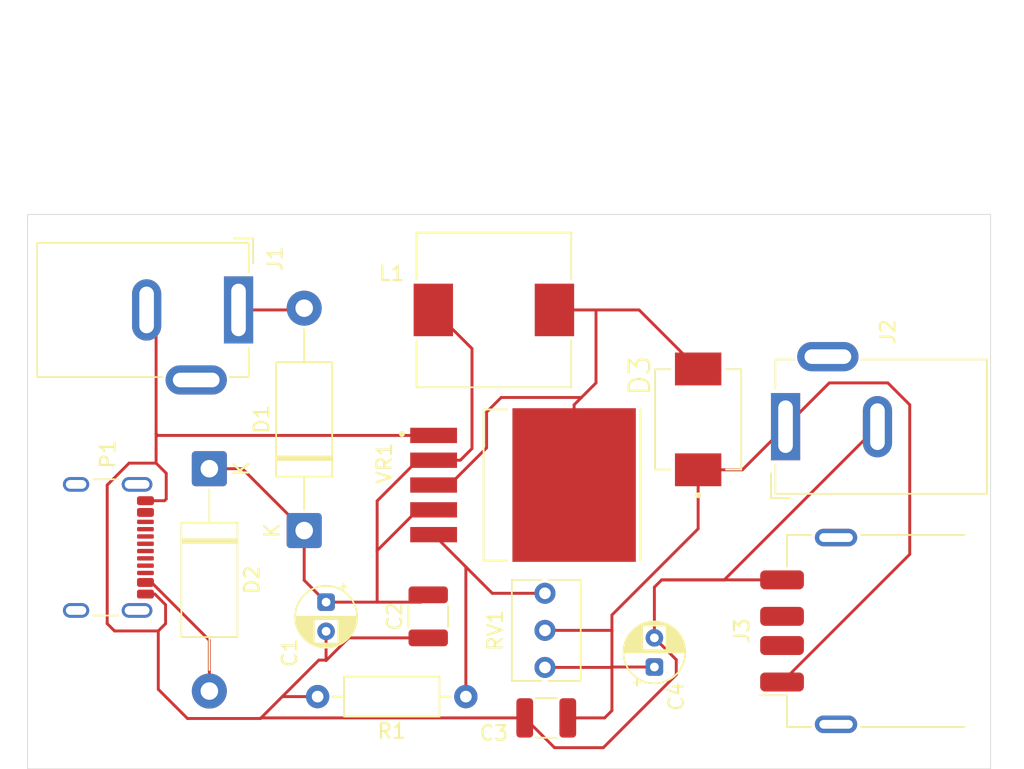
<source format=kicad_pcb>
(kicad_pcb (version 20241229) (generator "pcbnew") (generator_version "9.0")
  (layers (0 "F.Cu" signal) (2 "B.Cu" signal) (13 "F.Paste" user) (15 "B.Paste" user) (5 "F.SilkS" user "F.Silkscreen") (7 "B.SilkS" user "B.Silkscreen") (1 "F.Mask" user) (3 "B.Mask" user) (25 "Edge.Cuts" user))
  (net 0 "")
  (net 1 "Net-(J3-GND)")
  (net 2 "Net-(D1-K)")
  (net 3 "Net-(D3A-K)")
  (net 4 "Net-(D1-A)")
  (net 5 "Net-(D2-A)")
  (net 6 "Net-(D3A-A)")
  (net 23 "Net-(VR1-FB)")
  (footprint "Capacitor_THT:CP_Radial_D4.0mm_P2.00mm" (layer "F.Cu") (at 122.955 98.072401 -90)
    (property "Reference" "C1" (at 3.472599 2.5 90) (layer "F.SilkS"))
    (property "Value" "C")
    (fp_line (start 1.2 0.84) (end 1.2 2.071) (stroke (width 0.12)) (layer "F.SilkS"))
    (fp_line (start 1.24 0.84) (end 1.24 2.066) (stroke (width 0.12)) (layer "F.SilkS"))
    (fp_line (start 1.28 0.84) (end 1.28 2.061) (stroke (width 0.12)) (layer "F.SilkS"))
    (fp_line (start 1.32 0.84) (end 1.32 2.056) (stroke (width 0.12)) (layer "F.SilkS"))
    (fp_line (start 1.36 0.84) (end 1.36 2.049) (stroke (width 0.12)) (layer "F.SilkS"))
    (fp_line (start 1.4 0.84) (end 1.4 2.042) (stroke (width 0.12)) (layer "F.SilkS"))
    (fp_line (start 1.44 0.84) (end 1.44 2.034) (stroke (width 0.12)) (layer "F.SilkS"))
    (fp_line (start 1.48 0.84) (end 1.48 2.025) (stroke (width 0.12)) (layer "F.SilkS"))
    (fp_line (start 1.52 0.84) (end 1.52 2.015) (stroke (width 0.12)) (layer "F.SilkS"))
    (fp_line (start 1.56 0.84) (end 1.56 2.005) (stroke (width 0.12)) (layer "F.SilkS"))
    (fp_line (start 1.6 0.84) (end 1.6 1.993) (stroke (width 0.12)) (layer "F.SilkS"))
    (fp_line (start 1.64 0.84) (end 1.64 1.981) (stroke (width 0.12)) (layer "F.SilkS"))
    (fp_line (start 1.68 0.84) (end 1.68 1.968) (stroke (width 0.12)) (layer "F.SilkS"))
    (fp_line (start 1.72 0.84) (end 1.72 1.954) (stroke (width 0.12)) (layer "F.SilkS"))
    (fp_line (start 1.76 0.84) (end 1.76 1.939) (stroke (width 0.12)) (layer "F.SilkS"))
    (fp_line (start 1.8 0.84) (end 1.8 1.923) (stroke (width 0.12)) (layer "F.SilkS"))
    (fp_line (start 1.84 0.84) (end 1.84 1.906) (stroke (width 0.12)) (layer "F.SilkS"))
    (fp_line (start 1.88 0.84) (end 1.88 1.889) (stroke (width 0.12)) (layer "F.SilkS"))
    (fp_line (start 1.92 0.84) (end 1.92 1.87) (stroke (width 0.12)) (layer "F.SilkS"))
    (fp_line (start 1.96 0.84) (end 1.96 1.85) (stroke (width 0.12)) (layer "F.SilkS"))
    (fp_line (start 2 0.84) (end 2 1.829) (stroke (width 0.12)) (layer "F.SilkS"))
    (fp_line (start 2.04 0.84) (end 2.04 1.807) (stroke (width 0.12)) (layer "F.SilkS"))
    (fp_line (start 2.08 0.84) (end 2.08 1.784) (stroke (width 0.12)) (layer "F.SilkS"))
    (fp_line (start 2.12 0.84) (end 2.12 1.76) (stroke (width 0.12)) (layer "F.SilkS"))
    (fp_line (start 2.16 0.84) (end 2.16 1.734) (stroke (width 0.12)) (layer "F.SilkS"))
    (fp_line (start 2.2 0.84) (end 2.2 1.708) (stroke (width 0.12)) (layer "F.SilkS"))
    (fp_line (start 2.24 0.84) (end 2.24 1.68) (stroke (width 0.12)) (layer "F.SilkS"))
    (fp_line (start 2.28 0.84) (end 2.28 1.65) (stroke (width 0.12)) (layer "F.SilkS"))
    (fp_line (start 2.32 0.84) (end 2.32 1.619) (stroke (width 0.12)) (layer "F.SilkS"))
    (fp_line (start 2.36 0.84) (end 2.36 1.586) (stroke (width 0.12)) (layer "F.SilkS"))
    (fp_line (start 2.4 0.84) (end 2.4 1.552) (stroke (width 0.12)) (layer "F.SilkS"))
    (fp_line (start 2.44 0.84) (end 2.44 1.516) (stroke (width 0.12)) (layer "F.SilkS"))
    (fp_line (start 2.48 0.84) (end 2.48 1.478) (stroke (width 0.12)) (layer "F.SilkS"))
    (fp_line (start 2.52 0.84) (end 2.52 1.438) (stroke (width 0.12)) (layer "F.SilkS"))
    (fp_line (start 2.56 0.84) (end 2.56 1.396) (stroke (width 0.12)) (layer "F.SilkS"))
    (fp_line (start 2.6 0.84) (end 2.6 1.351) (stroke (width 0.12)) (layer "F.SilkS"))
    (fp_line (start 2.64 0.84) (end 2.64 1.303) (stroke (width 0.12)) (layer "F.SilkS"))
    (fp_line (start 2.68 0.84) (end 2.68 1.253) (stroke (width 0.12)) (layer "F.SilkS"))
    (fp_line (start 2.72 0.84) (end 2.72 1.199) (stroke (width 0.12)) (layer "F.SilkS"))
    (fp_line (start 2.76 0.84) (end 2.76 1.142) (stroke (width 0.12)) (layer "F.SilkS"))
    (fp_line (start 2.8 0.84) (end 2.8 1.08) (stroke (width 0.12)) (layer "F.SilkS"))
    (fp_line (start 3.08 -0.37) (end 3.08 0.37) (stroke (width 0.12)) (layer "F.SilkS"))
    (fp_line (start 3.04 -0.537) (end 3.04 0.537) (stroke (width 0.12)) (layer "F.SilkS"))
    (fp_line (start 3 -0.663) (end 3 0.663) (stroke (width 0.12)) (layer "F.SilkS"))
    (fp_line (start 2.96 -0.768) (end 2.96 0.768) (stroke (width 0.12)) (layer "F.SilkS"))
    (fp_line (start 2.92 -0.859) (end 2.92 0.859) (stroke (width 0.12)) (layer "F.SilkS"))
    (fp_line (start 2.88 -0.94) (end 2.88 0.94) (stroke (width 0.12)) (layer "F.SilkS"))
    (fp_line (start 2.84 -1.013) (end 2.84 1.013) (stroke (width 0.12)) (layer "F.SilkS"))
    (fp_line (start 2.8 -1.08) (end 2.8 -0.84) (stroke (width 0.12)) (layer "F.SilkS"))
    (fp_line (start 2.76 -1.142) (end 2.76 -0.84) (stroke (width 0.12)) (layer "F.SilkS"))
    (fp_line (start -1.269801 -1.195) (end -0.869801 -1.195) (stroke (width 0.12)) (layer "F.SilkS"))
    (fp_line (start 2.72 -1.199) (end 2.72 -0.84) (stroke (width 0.12)) (layer "F.SilkS"))
    (fp_line (start 2.68 -1.253) (end 2.68 -0.84) (stroke (width 0.12)) (layer "F.SilkS"))
    (fp_line (start 2.64 -1.303) (end 2.64 -0.84) (stroke (width 0.12)) (layer "F.SilkS"))
    (fp_line (start 2.6 -1.351) (end 2.6 -0.84) (stroke (width 0.12)) (layer "F.SilkS"))
    (fp_line (start -1.069801 -1.395) (end -1.069801 -0.995) (stroke (width 0.12)) (layer "F.SilkS"))
    (fp_line (start 2.56 -1.396) (end 2.56 -0.84) (stroke (width 0.12)) (layer "F.SilkS"))
    (fp_line (start 2.52 -1.438) (end 2.52 -0.84) (stroke (width 0.12)) (layer "F.SilkS"))
    (fp_line (start 2.48 -1.478) (end 2.48 -0.84) (stroke (width 0.12)) (layer "F.SilkS"))
    (fp_line (start 2.44 -1.516) (end 2.44 -0.84) (stroke (width 0.12)) (layer "F.SilkS"))
    (fp_line (start 2.4 -1.552) (end 2.4 -0.84) (stroke (width 0.12)) (layer "F.SilkS"))
    (fp_line (start 2.36 -1.586) (end 2.36 -0.84) (stroke (width 0.12)) (layer "F.SilkS"))
    (fp_line (start 2.32 -1.619) (end 2.32 -0.84) (stroke (width 0.12)) (layer "F.SilkS"))
    (fp_line (start 2.28 -1.65) (end 2.28 -0.84) (stroke (width 0.12)) (layer "F.SilkS"))
    (fp_line (start 2.24 -1.68) (end 2.24 -0.84) (stroke (width 0.12)) (layer "F.SilkS"))
    (fp_line (start 2.2 -1.708) (end 2.2 -0.84) (stroke (width 0.12)) (layer "F.SilkS"))
    (fp_line (start 2.16 -1.734) (end 2.16 -0.84) (stroke (width 0.12)) (layer "F.SilkS"))
    (fp_line (start 2.12 -1.76) (end 2.12 -0.84) (stroke (width 0.12)) (layer "F.SilkS"))
    (fp_line (start 2.08 -1.784) (end 2.08 -0.84) (stroke (width 0.12)) (layer "F.SilkS"))
    (fp_line (start 2.04 -1.807) (end 2.04 -0.84) (stroke (width 0.12)) (layer "F.SilkS"))
    (fp_line (start 2 -1.829) (end 2 -0.84) (stroke (width 0.12)) (layer "F.SilkS"))
    (fp_line (start 1.96 -1.85) (end 1.96 -0.84) (stroke (width 0.12)) (layer "F.SilkS"))
    (fp_line (start 1.92 -1.87) (end 1.92 -0.84) (stroke (width 0.12)) (layer "F.SilkS"))
    (fp_line (start 1.88 -1.889) (end 1.88 -0.84) (stroke (width 0.12)) (layer "F.SilkS"))
    (fp_line (start 1.84 -1.906) (end 1.84 -0.84) (stroke (width 0.12)) (layer "F.SilkS"))
    (fp_line (start 1.8 -1.923) (end 1.8 -0.84) (stroke (width 0.12)) (layer "F.SilkS"))
    (fp_line (start 1.76 -1.939) (end 1.76 -0.84) (stroke (width 0.12)) (layer "F.SilkS"))
    (fp_line (start 1.72 -1.954) (end 1.72 -0.84) (stroke (width 0.12)) (layer "F.SilkS"))
    (fp_line (start 1.68 -1.968) (end 1.68 -0.84) (stroke (width 0.12)) (layer "F.SilkS"))
    (fp_line (start 1.64 -1.981) (end 1.64 -0.84) (stroke (width 0.12)) (layer "F.SilkS"))
    (fp_line (start 1.6 -1.993) (end 1.6 -0.84) (stroke (width 0.12)) (layer "F.SilkS"))
    (fp_line (start 1.56 -2.005) (end 1.56 -0.84) (stroke (width 0.12)) (layer "F.SilkS"))
    (fp_line (start 1.52 -2.015) (end 1.52 -0.84) (stroke (width 0.12)) (layer "F.SilkS"))
    (fp_line (start 1.48 -2.025) (end 1.48 -0.84) (stroke (width 0.12)) (layer "F.SilkS"))
    (fp_line (start 1.44 -2.034) (end 1.44 -0.84) (stroke (width 0.12)) (layer "F.SilkS"))
    (fp_line (start 1.4 -2.042) (end 1.4 -0.84) (stroke (width 0.12)) (layer "F.SilkS"))
    (fp_line (start 1.36 -2.049) (end 1.36 -0.84) (stroke (width 0.12)) (layer "F.SilkS"))
    (fp_line (start 1.32 -2.056) (end 1.32 -0.84) (stroke (width 0.12)) (layer "F.SilkS"))
    (fp_line (start 1.28 -2.061) (end 1.28 -0.84) (stroke (width 0.12)) (layer "F.SilkS"))
    (fp_line (start 1.24 -2.066) (end 1.24 -0.84) (stroke (width 0.12)) (layer "F.SilkS"))
    (fp_line (start 1.2 -2.071) (end 1.2 -0.84) (stroke (width 0.12)) (layer "F.SilkS"))
    (fp_line (start 1.16 -2.074) (end 1.16 2.074) (stroke (width 0.12)) (layer "F.SilkS"))
    (fp_line (start 1.12 -2.077) (end 1.12 2.077) (stroke (width 0.12)) (layer "F.SilkS"))
    (fp_line (start 1.08 -2.078) (end 1.08 2.078) (stroke (width 0.12)) (layer "F.SilkS"))
    (fp_line (start 1 -2.08) (end 1 2.08) (stroke (width 0.12)) (layer "F.SilkS"))
    (fp_line (start 1.04 -2.08) (end 1.04 2.08) (stroke (width 0.12)) (layer "F.SilkS"))
    (fp_circle (center 1 0) (end 3.12 0) (stroke (width 0.12)) (fill no) (layer "F.SilkS"))
    (pad "1" thru_hole roundrect (at 0 0 270) (size 1.2 1.2) (drill 0.6) (layers "*.Cu" "*.Mask") (roundrect_rratio 0.208333) (net 2 "Net-(D1-K)"))
    (pad "2" thru_hole circle (at 2 0 270) (size 1.2 1.2) (drill 0.6) (layers "*.Cu" "*.Mask") (net 1 "Net-(J3-GND)"))
  )
  (footprint "CustomFootprintsLib:XL6009" (layer "F.Cu") (at 136.455 90.045)
    (property "Reference" "VR1" (at -9.5 -1.5 90) (layer "F.SilkS"))
    (property "Value" "XL6009")
    (fp_line (start -2.705 -5.18) (end -2.705 5.18) (stroke (width 0.127)) (layer "F.SilkS"))
    (fp_line (start -1.1 -5.18) (end -2.705 -5.18) (stroke (width 0.127)) (layer "F.SilkS"))
    (fp_line (start -1.1 5.18) (end -2.705 5.18) (stroke (width 0.127)) (layer "F.SilkS"))
    (fp_line (start 8.05 -5.18) (end 8.05 5.18) (stroke (width 0.127)) (layer "F.SilkS"))
    (fp_circle (center -8.3 -3.5) (end -8.2 -3.5) (stroke (width 0.2)) (fill no) (layer "F.SilkS"))
    (pad "1" smd rect (at -6.13 -3.4) (size 3.21 1.05) (layers "F.Cu" "F.Mask" "F.Paste") (net 1 "Net-(J3-GND)"))
    (pad "2" smd rect (at -6.13 -1.7) (size 3.21 1.05) (layers "F.Cu" "F.Mask" "F.Paste") (net 2 "Net-(D1-K)"))
    (pad "3" smd rect (at -6.13 0) (size 3.21 1.05) (layers "F.Cu" "F.Mask" "F.Paste") (net 6 "Net-(D3A-A)"))
    (pad "4" smd rect (at -6.13 1.7) (size 3.21 1.05) (layers "F.Cu" "F.Mask" "F.Paste") (net 2 "Net-(D1-K)"))
    (pad "5" smd rect (at -6.13 3.4) (size 3.21 1.05) (layers "F.Cu" "F.Mask" "F.Paste") (net 23 "Net-(VR1-FB)"))
    (pad "6" smd rect (at 3.5 0) (size 8.46 10.53) (layers "F.Cu" "F.Mask") (net 6 "Net-(D3A-A)"))
  )
  (footprint "Capacitor_THT:CP_Radial_D4.0mm_P2.00mm" (layer "F.Cu") (at 145.455 102.5176 90)
    (property "Reference" "C4" (at -2.0274 1.5 90) (layer "F.SilkS"))
    (property "Value" "C")
    (fp_line (start 1.04 -2.08) (end 1.04 2.08) (stroke (width 0.12)) (layer "F.SilkS"))
    (fp_line (start 1 -2.08) (end 1 2.08) (stroke (width 0.12)) (layer "F.SilkS"))
    (fp_line (start 1.08 -2.078) (end 1.08 2.078) (stroke (width 0.12)) (layer "F.SilkS"))
    (fp_line (start 1.12 -2.077) (end 1.12 2.077) (stroke (width 0.12)) (layer "F.SilkS"))
    (fp_line (start 1.16 -2.074) (end 1.16 2.074) (stroke (width 0.12)) (layer "F.SilkS"))
    (fp_line (start 1.2 -2.071) (end 1.2 -0.84) (stroke (width 0.12)) (layer "F.SilkS"))
    (fp_line (start 1.24 -2.066) (end 1.24 -0.84) (stroke (width 0.12)) (layer "F.SilkS"))
    (fp_line (start 1.28 -2.061) (end 1.28 -0.84) (stroke (width 0.12)) (layer "F.SilkS"))
    (fp_line (start 1.32 -2.056) (end 1.32 -0.84) (stroke (width 0.12)) (layer "F.SilkS"))
    (fp_line (start 1.36 -2.049) (end 1.36 -0.84) (stroke (width 0.12)) (layer "F.SilkS"))
    (fp_line (start 1.4 -2.042) (end 1.4 -0.84) (stroke (width 0.12)) (layer "F.SilkS"))
    (fp_line (start 1.44 -2.034) (end 1.44 -0.84) (stroke (width 0.12)) (layer "F.SilkS"))
    (fp_line (start 1.48 -2.025) (end 1.48 -0.84) (stroke (width 0.12)) (layer "F.SilkS"))
    (fp_line (start 1.52 -2.015) (end 1.52 -0.84) (stroke (width 0.12)) (layer "F.SilkS"))
    (fp_line (start 1.56 -2.005) (end 1.56 -0.84) (stroke (width 0.12)) (layer "F.SilkS"))
    (fp_line (start 1.6 -1.993) (end 1.6 -0.84) (stroke (width 0.12)) (layer "F.SilkS"))
    (fp_line (start 1.64 -1.981) (end 1.64 -0.84) (stroke (width 0.12)) (layer "F.SilkS"))
    (fp_line (start 1.68 -1.968) (end 1.68 -0.84) (stroke (width 0.12)) (layer "F.SilkS"))
    (fp_line (start 1.72 -1.954) (end 1.72 -0.84) (stroke (width 0.12)) (layer "F.SilkS"))
    (fp_line (start 1.76 -1.939) (end 1.76 -0.84) (stroke (width 0.12)) (layer "F.SilkS"))
    (fp_line (start 1.8 -1.923) (end 1.8 -0.84) (stroke (width 0.12)) (layer "F.SilkS"))
    (fp_line (start 1.84 -1.906) (end 1.84 -0.84) (stroke (width 0.12)) (layer "F.SilkS"))
    (fp_line (start 1.88 -1.889) (end 1.88 -0.84) (stroke (width 0.12)) (layer "F.SilkS"))
    (fp_line (start 1.92 -1.87) (end 1.92 -0.84) (stroke (width 0.12)) (layer "F.SilkS"))
    (fp_line (start 1.96 -1.85) (end 1.96 -0.84) (stroke (width 0.12)) (layer "F.SilkS"))
    (fp_line (start 2 -1.829) (end 2 -0.84) (stroke (width 0.12)) (layer "F.SilkS"))
    (fp_line (start 2.04 -1.807) (end 2.04 -0.84) (stroke (width 0.12)) (layer "F.SilkS"))
    (fp_line (start 2.08 -1.784) (end 2.08 -0.84) (stroke (width 0.12)) (layer "F.SilkS"))
    (fp_line (start 2.12 -1.76) (end 2.12 -0.84) (stroke (width 0.12)) (layer "F.SilkS"))
    (fp_line (start 2.16 -1.734) (end 2.16 -0.84) (stroke (width 0.12)) (layer "F.SilkS"))
    (fp_line (start 2.2 -1.708) (end 2.2 -0.84) (stroke (width 0.12)) (layer "F.SilkS"))
    (fp_line (start 2.24 -1.68) (end 2.24 -0.84) (stroke (width 0.12)) (layer "F.SilkS"))
    (fp_line (start 2.28 -1.65) (end 2.28 -0.84) (stroke (width 0.12)) (layer "F.SilkS"))
    (fp_line (start 2.32 -1.619) (end 2.32 -0.84) (stroke (width 0.12)) (layer "F.SilkS"))
    (fp_line (start 2.36 -1.586) (end 2.36 -0.84) (stroke (width 0.12)) (layer "F.SilkS"))
    (fp_line (start 2.4 -1.552) (end 2.4 -0.84) (stroke (width 0.12)) (layer "F.SilkS"))
    (fp_line (start 2.44 -1.516) (end 2.44 -0.84) (stroke (width 0.12)) (layer "F.SilkS"))
    (fp_line (start 2.48 -1.478) (end 2.48 -0.84) (stroke (width 0.12)) (layer "F.SilkS"))
    (fp_line (start 2.52 -1.438) (end 2.52 -0.84) (stroke (width 0.12)) (layer "F.SilkS"))
    (fp_line (start 2.56 -1.396) (end 2.56 -0.84) (stroke (width 0.12)) (layer "F.SilkS"))
    (fp_line (start -1.069801 -1.395) (end -1.069801 -0.995) (stroke (width 0.12)) (layer "F.SilkS"))
    (fp_line (start 2.6 -1.351) (end 2.6 -0.84) (stroke (width 0.12)) (layer "F.SilkS"))
    (fp_line (start 2.64 -1.303) (end 2.64 -0.84) (stroke (width 0.12)) (layer "F.SilkS"))
    (fp_line (start 2.68 -1.253) (end 2.68 -0.84) (stroke (width 0.12)) (layer "F.SilkS"))
    (fp_line (start 2.72 -1.199) (end 2.72 -0.84) (stroke (width 0.12)) (layer "F.SilkS"))
    (fp_line (start -1.269801 -1.195) (end -0.869801 -1.195) (stroke (width 0.12)) (layer "F.SilkS"))
    (fp_line (start 2.76 -1.142) (end 2.76 -0.84) (stroke (width 0.12)) (layer "F.SilkS"))
    (fp_line (start 2.8 -1.08) (end 2.8 -0.84) (stroke (width 0.12)) (layer "F.SilkS"))
    (fp_line (start 2.84 -1.013) (end 2.84 1.013) (stroke (width 0.12)) (layer "F.SilkS"))
    (fp_line (start 2.88 -0.94) (end 2.88 0.94) (stroke (width 0.12)) (layer "F.SilkS"))
    (fp_line (start 2.92 -0.859) (end 2.92 0.859) (stroke (width 0.12)) (layer "F.SilkS"))
    (fp_line (start 2.96 -0.768) (end 2.96 0.768) (stroke (width 0.12)) (layer "F.SilkS"))
    (fp_line (start 3 -0.663) (end 3 0.663) (stroke (width 0.12)) (layer "F.SilkS"))
    (fp_line (start 3.04 -0.537) (end 3.04 0.537) (stroke (width 0.12)) (layer "F.SilkS"))
    (fp_line (start 3.08 -0.37) (end 3.08 0.37) (stroke (width 0.12)) (layer "F.SilkS"))
    (fp_line (start 2.8 0.84) (end 2.8 1.08) (stroke (width 0.12)) (layer "F.SilkS"))
    (fp_line (start 2.76 0.84) (end 2.76 1.142) (stroke (width 0.12)) (layer "F.SilkS"))
    (fp_line (start 2.72 0.84) (end 2.72 1.199) (stroke (width 0.12)) (layer "F.SilkS"))
    (fp_line (start 2.68 0.84) (end 2.68 1.253) (stroke (width 0.12)) (layer "F.SilkS"))
    (fp_line (start 2.64 0.84) (end 2.64 1.303) (stroke (width 0.12)) (layer "F.SilkS"))
    (fp_line (start 2.6 0.84) (end 2.6 1.351) (stroke (width 0.12)) (layer "F.SilkS"))
    (fp_line (start 2.56 0.84) (end 2.56 1.396) (stroke (width 0.12)) (layer "F.SilkS"))
    (fp_line (start 2.52 0.84) (end 2.52 1.438) (stroke (width 0.12)) (layer "F.SilkS"))
    (fp_line (start 2.48 0.84) (end 2.48 1.478) (stroke (width 0.12)) (layer "F.SilkS"))
    (fp_line (start 2.44 0.84) (end 2.44 1.516) (stroke (width 0.12)) (layer "F.SilkS"))
    (fp_line (start 2.4 0.84) (end 2.4 1.552) (stroke (width 0.12)) (layer "F.SilkS"))
    (fp_line (start 2.36 0.84) (end 2.36 1.586) (stroke (width 0.12)) (layer "F.SilkS"))
    (fp_line (start 2.32 0.84) (end 2.32 1.619) (stroke (width 0.12)) (layer "F.SilkS"))
    (fp_line (start 2.28 0.84) (end 2.28 1.65) (stroke (width 0.12)) (layer "F.SilkS"))
    (fp_line (start 2.24 0.84) (end 2.24 1.68) (stroke (width 0.12)) (layer "F.SilkS"))
    (fp_line (start 2.2 0.84) (end 2.2 1.708) (stroke (width 0.12)) (layer "F.SilkS"))
    (fp_line (start 2.16 0.84) (end 2.16 1.734) (stroke (width 0.12)) (layer "F.SilkS"))
    (fp_line (start 2.12 0.84) (end 2.12 1.76) (stroke (width 0.12)) (layer "F.SilkS"))
    (fp_line (start 2.08 0.84) (end 2.08 1.784) (stroke (width 0.12)) (layer "F.SilkS"))
    (fp_line (start 2.04 0.84) (end 2.04 1.807) (stroke (width 0.12)) (layer "F.SilkS"))
    (fp_line (start 2 0.84) (end 2 1.829) (stroke (width 0.12)) (layer "F.SilkS"))
    (fp_line (start 1.96 0.84) (end 1.96 1.85) (stroke (width 0.12)) (layer "F.SilkS"))
    (fp_line (start 1.92 0.84) (end 1.92 1.87) (stroke (width 0.12)) (layer "F.SilkS"))
    (fp_line (start 1.88 0.84) (end 1.88 1.889) (stroke (width 0.12)) (layer "F.SilkS"))
    (fp_line (start 1.84 0.84) (end 1.84 1.906) (stroke (width 0.12)) (layer "F.SilkS"))
    (fp_line (start 1.8 0.84) (end 1.8 1.923) (stroke (width 0.12)) (layer "F.SilkS"))
    (fp_line (start 1.76 0.84) (end 1.76 1.939) (stroke (width 0.12)) (layer "F.SilkS"))
    (fp_line (start 1.72 0.84) (end 1.72 1.954) (stroke (width 0.12)) (layer "F.SilkS"))
    (fp_line (start 1.68 0.84) (end 1.68 1.968) (stroke (width 0.12)) (layer "F.SilkS"))
    (fp_line (start 1.64 0.84) (end 1.64 1.981) (stroke (width 0.12)) (layer "F.SilkS"))
    (fp_line (start 1.6 0.84) (end 1.6 1.993) (stroke (width 0.12)) (layer "F.SilkS"))
    (fp_line (start 1.56 0.84) (end 1.56 2.005) (stroke (width 0.12)) (layer "F.SilkS"))
    (fp_line (start 1.52 0.84) (end 1.52 2.015) (stroke (width 0.12)) (layer "F.SilkS"))
    (fp_line (start 1.48 0.84) (end 1.48 2.025) (stroke (width 0.12)) (layer "F.SilkS"))
    (fp_line (start 1.44 0.84) (end 1.44 2.034) (stroke (width 0.12)) (layer "F.SilkS"))
    (fp_line (start 1.4 0.84) (end 1.4 2.042) (stroke (width 0.12)) (layer "F.SilkS"))
    (fp_line (start 1.36 0.84) (end 1.36 2.049) (stroke (width 0.12)) (layer "F.SilkS"))
    (fp_line (start 1.32 0.84) (end 1.32 2.056) (stroke (width 0.12)) (layer "F.SilkS"))
    (fp_line (start 1.28 0.84) (end 1.28 2.061) (stroke (width 0.12)) (layer "F.SilkS"))
    (fp_line (start 1.24 0.84) (end 1.24 2.066) (stroke (width 0.12)) (layer "F.SilkS"))
    (fp_line (start 1.2 0.84) (end 1.2 2.071) (stroke (width 0.12)) (layer "F.SilkS"))
    (fp_circle (center 1 0) (end 3.12 0) (stroke (width 0.12)) (fill no) (layer "F.SilkS"))
    (pad "1" thru_hole roundrect (at 0 0 90) (size 1.2 1.2) (drill 0.6) (layers "*.Cu" "*.Mask") (roundrect_rratio 0.208333) (net 3 "Net-(D3A-K)"))
    (pad "2" thru_hole circle (at 2 0 90) (size 1.2 1.2) (drill 0.6) (layers "*.Cu" "*.Mask") (net 1 "Net-(J3-GND)"))
  )
  (footprint "CustomFootprintsLib:SS34" (layer "F.Cu") (at 148.455 85.545 90)
    (property "Reference" "D3" (at 3 -4 90) (layer "F.SilkS") (effects (font (size 1.4 1.4))))
    (property "Value" "D_Schottky_Dual_CommonAnode_AKK_Split")
    (fp_line (start 3.4375 -2.95) (end -3.4375 -2.95) (stroke (width 0.127)) (layer "F.SilkS"))
    (fp_line (start -3.4375 -2.95) (end -3.4375 -1.91) (stroke (width 0.127)) (layer "F.SilkS"))
    (fp_line (start 3.4375 -1.91) (end 3.4375 -2.95) (stroke (width 0.127)) (layer "F.SilkS"))
    (fp_line (start -3.4375 1.91) (end -3.4375 2.95) (stroke (width 0.127)) (layer "F.SilkS"))
    (fp_line (start 3.4375 2.95) (end 3.4375 1.91) (stroke (width 0.127)) (layer "F.SilkS"))
    (fp_line (start -3.4375 2.95) (end 3.4375 2.95) (stroke (width 0.127)) (layer "F.SilkS"))
    (fp_circle (center -5.2 0) (end -5.1 0) (stroke (width 0.2)) (fill no) (layer "F.SilkS"))
    (pad "1" smd rect (at 3.455 0 90) (size 2.25 3.18) (layers "F.Cu" "F.Mask" "F.Paste") (net 6 "Net-(D3A-A)"))
    (pad "2" smd rect (at -3.455 0 90) (size 2.25 3.18) (layers "F.Cu" "F.Mask" "F.Paste") (net 3 "Net-(D3A-K)"))
  )
  (footprint "Inductor_SMD:L_10.4x10.4_H4.8" (layer "F.Cu") (at 134.455 78.045)
    (property "Reference" "L1" (at -7 -2.5 0) (layer "F.SilkS"))
    (property "Value" "L")
    (fp_line (start -5.3 -5.3) (end 5.3 -5.3) (stroke (width 0.12)) (layer "F.SilkS"))
    (fp_line (start -5.3 -2.1) (end -5.3 -5.3) (stroke (width 0.12)) (layer "F.SilkS"))
    (fp_line (start -5.3 5.3) (end -5.3 2.1) (stroke (width 0.12)) (layer "F.SilkS"))
    (fp_line (start 5.3 -5.3) (end 5.3 -2.1) (stroke (width 0.12)) (layer "F.SilkS"))
    (fp_line (start 5.3 2.1) (end 5.3 5.3) (stroke (width 0.12)) (layer "F.SilkS"))
    (fp_line (start 5.3 5.3) (end -5.3 5.3) (stroke (width 0.12)) (layer "F.SilkS"))
    (pad "1" smd rect (at -4.15 0) (size 2.7 3.6) (layers "F.Cu" "F.Mask" "F.Paste") (net 2 "Net-(D1-K)"))
    (pad "2" smd rect (at 4.15 0) (size 2.7 3.6) (layers "F.Cu" "F.Mask" "F.Paste") (net 6 "Net-(D3A-A)"))
  )
  (footprint "Potentiometer_THT:Potentiometer_Bourns_3266Y_Vertical" (layer "F.Cu") (at 137.955 97.465 90)
    (property "Reference" "RV1" (at -2.54 -3.41 90) (layer "F.SilkS"))
    (property "Value" "R_Potentiometer")
    (fp_line (start 0.925 -2.27) (end 0.925 -0.217) (stroke (width 0.12)) (layer "F.SilkS"))
    (fp_line (start -6.005 -2.27) (end 0.925 -2.27) (stroke (width 0.12)) (layer "F.SilkS"))
    (fp_line (start -6.005 -0.217) (end -6.005 -2.27) (stroke (width 0.12)) (layer "F.SilkS"))
    (fp_line (start 0.925 0.217) (end 0.925 2.45) (stroke (width 0.12)) (layer "F.SilkS"))
    (fp_line (start 0.925 2.45) (end -6.005 2.45) (stroke (width 0.12)) (layer "F.SilkS"))
    (fp_line (start -6.005 2.45) (end -6.005 0.217) (stroke (width 0.12)) (layer "F.SilkS"))
    (pad "1" thru_hole circle (at 0 0 90) (size 1.44 1.44) (drill 0.8) (layers "*.Cu" "*.Mask") (net 23 "Net-(VR1-FB)"))
    (pad "2" thru_hole circle (at -2.54 0 90) (size 1.44 1.44) (drill 0.8) (layers "*.Cu" "*.Mask") (net 3 "Net-(D3A-K)"))
    (pad "3" thru_hole circle (at -5.08 0 90) (size 1.44 1.44) (drill 0.8) (layers "*.Cu" "*.Mask") (net 3 "Net-(D3A-K)"))
  )
  (footprint "Capacitor_SMD:C_1210_3225Metric" (layer "F.Cu") (at 138.045 106.005 180)
    (property "Reference" "C3" (at 3.59 -1.04 0) (layer "F.SilkS"))
    (property "Value" "C")
    (fp_line (start -0.711252 1.36) (end 0.711252 1.36) (stroke (width 0.12)) (layer "F.SilkS"))
    (fp_line (start -0.711252 -1.36) (end 0.711252 -1.36) (stroke (width 0.12)) (layer "F.SilkS"))
    (pad "1" smd roundrect (at -1.475 0 180) (size 1.15 2.7) (layers "F.Cu" "F.Mask" "F.Paste") (roundrect_rratio 0.217391) (net 3 "Net-(D3A-K)"))
    (pad "2" smd roundrect (at 1.475 0 180) (size 1.15 2.7) (layers "F.Cu" "F.Mask" "F.Paste") (roundrect_rratio 0.217391) (net 1 "Net-(J3-GND)"))
  )
  (footprint "Connector_BarrelJack:BarrelJack_GCT_DCJ200-10-A_Horizontal" (layer "F.Cu") (at 116.955 78.045 -90)
    (property "Reference" "J1" (at -3.5 -2.5 90) (layer "F.SilkS"))
    (property "Value" "Barrel_Jack_Switch")
    (fp_line (start -4.6 13.8) (end -4.6 -0.7) (stroke (width 0.12)) (layer "F.SilkS"))
    (fp_line (start 4.6 13.8) (end -4.6 13.8) (stroke (width 0.12)) (layer "F.SilkS"))
    (fp_line (start 4.6 5.2) (end 4.6 13.8) (stroke (width 0.12)) (layer "F.SilkS"))
    (fp_line (start -4.6 -0.7) (end -2.6 -0.7) (stroke (width 0.12)) (layer "F.SilkS"))
    (fp_line (start 2.6 -0.7) (end 4.6 -0.7) (stroke (width 0.12)) (layer "F.SilkS"))
    (fp_line (start 4.6 -0.7) (end 4.6 0.6) (stroke (width 0.12)) (layer "F.SilkS"))
    (fp_line (start -4.9 -1) (end -4.9 0.3) (stroke (width 0.12)) (layer "F.SilkS"))
    (fp_line (start -3.2 -1) (end -4.9 -1) (stroke (width 0.12)) (layer "F.SilkS"))
    (pad "1" thru_hole rect (at 0 0 270) (size 4.6 2) (drill oval 3.6 1) (layers "*.Cu" "*.Mask") (net 4 "Net-(D1-A)"))
    (pad "2" thru_hole oval (at 0 6.3 270) (size 4.2 2) (drill oval 3.2 1) (layers "*.Cu" "*.Mask") (net 1 "Net-(J3-GND)"))
    (pad "3" thru_hole oval (at 4.8 2.9 270) (size 2 4.2) (drill oval 1 3.2) (layers "*.Cu" "*.Mask"))
  )
  (footprint "Capacitor_SMD:C_1210_3225Metric" (layer "F.Cu") (at 129.955 99.045 90)
    (property "Reference" "C2" (at 0 -2.3 90) (layer "F.SilkS"))
    (property "Value" "C")
    (fp_line (start -0.711252 -1.36) (end 0.711252 -1.36) (stroke (width 0.12)) (layer "F.SilkS"))
    (fp_line (start -0.711252 1.36) (end 0.711252 1.36) (stroke (width 0.12)) (layer "F.SilkS"))
    (pad "1" smd roundrect (at -1.475 0 90) (size 1.15 2.7) (layers "F.Cu" "F.Mask" "F.Paste") (roundrect_rratio 0.217391) (net 1 "Net-(J3-GND)"))
    (pad "2" smd roundrect (at 1.475 0 90) (size 1.15 2.7) (layers "F.Cu" "F.Mask" "F.Paste") (roundrect_rratio 0.217391) (net 2 "Net-(D1-K)"))
  )
  (footprint "Connector_USB:USB_A_Receptacle_GCT_USB1046" (layer "F.Cu") (at 161.455 100.045 90)
    (property "Reference" "J3" (at 0 -10 90) (layer "F.SilkS"))
    (property "Value" "USB_A")
    (fp_line (start 6.58 -6.91) (end 6.58 -5.26) (stroke (width 0.12)) (layer "F.SilkS"))
    (fp_line (start 4.41 -6.91) (end 6.58 -6.91) (stroke (width 0.12)) (layer "F.SilkS"))
    (fp_line (start -4.41 -6.91) (end -4.41 -8.75) (stroke (width 0.12)) (layer "F.SilkS"))
    (fp_line (start -4.41 -6.91) (end -6.58 -6.91) (stroke (width 0.12)) (layer "F.SilkS"))
    (fp_line (start -6.58 -6.91) (end -6.58 -5.26) (stroke (width 0.12)) (layer "F.SilkS"))
    (fp_line (start 6.58 -1.84) (end 6.58 5.25) (stroke (width 0.12)) (layer "F.SilkS"))
    (fp_line (start -6.58 -1.84) (end -6.58 5.25) (stroke (width 0.12)) (layer "F.SilkS"))
    (pad "1" smd roundrect (at -3.5 -7.25 90) (size 1.3 3) (layers "F.Cu" "F.Mask" "F.Paste") (net 3 "Net-(D3A-K)"))
    (pad "2" smd roundrect (at -1 -7.25 90) (size 1.3 3) (layers "F.Cu" "F.Mask" "F.Paste"))
    (pad "3" smd roundrect (at 1 -7.25 90) (size 1.3 3) (layers "F.Cu" "F.Mask" "F.Paste"))
    (pad "4" smd roundrect (at 3.5 -7.25 90) (size 1.3 3) (layers "F.Cu" "F.Mask" "F.Paste") (net 1 "Net-(J3-GND)"))
    (pad "5" thru_hole oval (at -6.4 -3.55 90) (size 1.2 2.9) (drill oval 0.6 2.3) (property pad_prop_heatsink) (layers "*.Cu" "*.Mask"))
    (pad "5" thru_hole oval (at 6.4 -3.55 90) (size 1.2 2.9) (drill oval 0.6 2.3) (property pad_prop_heatsink) (layers "*.Cu" "*.Mask"))
  )
  (footprint "Resistor_THT:R_Axial_DIN0207_L6.3mm_D2.5mm_P10.16mm_Horizontal" (layer "F.Cu") (at 132.535 104.545 180)
    (property "Reference" "R1" (at 5.08 -2.37 0) (layer "F.SilkS"))
    (property "Value" "R")
    (fp_line (start 9.12 0) (end 8.35 0) (stroke (width 0.12)) (layer "F.SilkS"))
    (fp_line (start 1.04 0) (end 1.81 0) (stroke (width 0.12)) (layer "F.SilkS"))
    (fp_rect (start 1.81 -1.37) (end 8.35 1.37) (stroke (width 0.12)) (fill no) (layer "F.SilkS"))
    (pad "1" thru_hole circle (at 0 0 180) (size 1.6 1.6) (drill 0.8) (layers "*.Cu" "*.Mask") (net 23 "Net-(VR1-FB)"))
    (pad "2" thru_hole circle (at 10.16 0 180) (size 1.6 1.6) (drill 0.8) (layers "*.Cu" "*.Mask") (net 1 "Net-(J3-GND)"))
  )
  (footprint "Diode_THT:D_DO-15_P15.24mm_Horizontal" (layer "F.Cu") (at 114.955 88.925 -90)
    (property "Reference" "D2" (at 7.62 -2.92 90) (layer "F.SilkS"))
    (property "Value" "D")
    (fp_line (start 1.44 0) (end 3.7 0) (stroke (width 0.12)) (layer "F.SilkS"))
    (fp_line (start 13.8 0) (end 11.54 0) (stroke (width 0.12)) (layer "F.SilkS"))
    (fp_line (start 4.84 -1.92) (end 4.84 1.92) (stroke (width 0.12)) (layer "F.SilkS"))
    (fp_line (start 4.96 -1.92) (end 4.96 1.92) (stroke (width 0.12)) (layer "F.SilkS"))
    (fp_line (start 5.08 -1.92) (end 5.08 1.92) (stroke (width 0.12)) (layer "F.SilkS"))
    (fp_rect (start 3.7 -1.92) (end 11.54 1.92) (stroke (width 0.12)) (fill no) (layer "F.SilkS"))
    (fp_text user "K" (at 0 -2.2 90) (layer "F.SilkS"))
    (pad "1" thru_hole roundrect (at 0 0 270) (size 2.4 2.4) (drill 1.2) (layers "*.Cu" "*.Mask") (roundrect_rratio 0.104167) (net 2 "Net-(D1-K)"))
    (pad "2" thru_hole circle (at 15.24 0 270) (size 2.4 2.4) (drill 1.2) (layers "*.Cu" "*.Mask") (net 5 "Net-(D2-A)"))
  )
  (footprint "Connector_USB:USB_C_Receptacle_GCT_USB4105-xx-A_16P_TopMnt_Horizontal" (layer "F.Cu") (at 106.895 94.32 -90)
    (property "Reference" "P1" (at -6.39 -1.105 90) (layer "F.SilkS"))
    (property "Value" "USB_C_Plug")
    (fp_line (start -4.67 -0.1) (end -4.67 -1.8) (stroke (width 0.12)) (layer "F.SilkS"))
    (fp_line (start 4.67 -0.1) (end 4.67 -1.8) (stroke (width 0.12)) (layer "F.SilkS"))
    (pad "" np_thru_hole circle (at -2.89 -2.605 270) (size 0.65 0.65) (drill 0.65) (layers "*.Cu" "*.Mask"))
    (pad "" np_thru_hole circle (at 2.89 -2.605 270) (size 0.65 0.65) (drill 0.65) (layers "*.Cu" "*.Mask"))
    (pad "A1" smd roundrect (at -3.2 -3.68 270) (size 0.6 1.15) (layers "F.Cu" "F.Mask" "F.Paste") (net 1 "Net-(J3-GND)"))
    (pad "A4" smd roundrect (at -2.4 -3.68 270) (size 0.6 1.15) (layers "F.Cu" "F.Mask" "F.Paste") (net 5 "Net-(D2-A)"))
    (pad "A5" smd roundrect (at -1.25 -3.68 270) (size 0.3 1.15) (layers "F.Cu" "F.Mask" "F.Paste"))
    (pad "A6" smd roundrect (at -0.25 -3.68 270) (size 0.3 1.15) (layers "F.Cu" "F.Mask" "F.Paste"))
    (pad "A7" smd roundrect (at 0.25 -3.68 270) (size 0.3 1.15) (layers "F.Cu" "F.Mask" "F.Paste"))
    (pad "A8" smd roundrect (at 1.25 -3.68 270) (size 0.3 1.15) (layers "F.Cu" "F.Mask" "F.Paste"))
    (pad "A9" smd roundrect (at 2.4 -3.68 270) (size 0.6 1.15) (layers "F.Cu" "F.Mask" "F.Paste") (net 5 "Net-(D2-A)"))
    (pad "A12" smd roundrect (at 3.2 -3.68 270) (size 0.6 1.15) (layers "F.Cu" "F.Mask" "F.Paste") (net 1 "Net-(J3-GND)"))
    (pad "B1" smd roundrect (at 3.2 -3.68 270) (size 0.6 1.15) (layers "F.Cu" "F.Mask" "F.Paste") (net 1 "Net-(J3-GND)"))
    (pad "B4" smd roundrect (at 2.4 -3.68 270) (size 0.6 1.15) (layers "F.Cu" "F.Mask" "F.Paste") (net 5 "Net-(D2-A)"))
    (pad "B5" smd roundrect (at 1.75 -3.68 270) (size 0.3 1.15) (layers "F.Cu" "F.Mask" "F.Paste"))
    (pad "B6" smd roundrect (at 0.75 -3.68 270) (size 0.3 1.15) (layers "F.Cu" "F.Mask" "F.Paste"))
    (pad "B7" smd roundrect (at -0.75 -3.68 270) (size 0.3 1.15) (layers "F.Cu" "F.Mask" "F.Paste"))
    (pad "B8" smd roundrect (at -1.75 -3.68 270) (size 0.3 1.15) (layers "F.Cu" "F.Mask" "F.Paste"))
    (pad "B9" smd roundrect (at -2.4 -3.68 270) (size 0.6 1.15) (layers "F.Cu" "F.Mask" "F.Paste") (net 5 "Net-(D2-A)"))
    (pad "B12" smd roundrect (at -3.2 -3.68 270) (size 0.6 1.15) (layers "F.Cu" "F.Mask" "F.Paste") (net 1 "Net-(J3-GND)"))
    (pad "S1" thru_hole oval (at -4.32 -3.105 270) (size 1 2.1) (drill oval 0.6 1.7) (property pad_prop_heatsink) (layers "*.Cu" "*.Mask" "F.Paste"))
    (pad "S1" thru_hole oval (at -4.32 1.075 270) (size 1 1.8) (drill oval 0.6 1.4) (property pad_prop_heatsink) (layers "*.Cu" "*.Mask" "F.Paste"))
    (pad "S1" thru_hole oval (at 4.32 -3.105 270) (size 1 2.1) (drill oval 0.6 1.7) (property pad_prop_heatsink) (layers "*.Cu" "*.Mask" "F.Paste"))
    (pad "S1" thru_hole oval (at 4.32 1.075 270) (size 1 1.8) (drill oval 0.6 1.4) (property pad_prop_heatsink) (layers "*.Cu" "*.Mask" "F.Paste"))
  )
  (footprint "Diode_THT:D_DO-15_P15.24mm_Horizontal" (layer "F.Cu") (at 121.455 93.165 90)
    (property "Reference" "D1" (at 7.62 -2.92 90) (layer "F.SilkS"))
    (property "Value" "D")
    (fp_line (start 5.08 -1.92) (end 5.08 1.92) (stroke (width 0.12)) (layer "F.SilkS"))
    (fp_line (start 4.96 -1.92) (end 4.96 1.92) (stroke (width 0.12)) (layer "F.SilkS"))
    (fp_line (start 4.84 -1.92) (end 4.84 1.92) (stroke (width 0.12)) (layer "F.SilkS"))
    (fp_line (start 13.8 0) (end 11.54 0) (stroke (width 0.12)) (layer "F.SilkS"))
    (fp_line (start 1.44 0) (end 3.7 0) (stroke (width 0.12)) (layer "F.SilkS"))
    (fp_rect (start 3.7 -1.92) (end 11.54 1.92) (stroke (width 0.12)) (fill no) (layer "F.SilkS"))
    (fp_text user "K" (at 0 -2.2 90) (layer "F.SilkS"))
    (pad "1" thru_hole roundrect (at 0 0 90) (size 2.4 2.4) (drill 1.2) (layers "*.Cu" "*.Mask") (roundrect_rratio 0.104167) (net 2 "Net-(D1-K)"))
    (pad "2" thru_hole circle (at 15.24 0 90) (size 2.4 2.4) (drill 1.2) (layers "*.Cu" "*.Mask") (net 4 "Net-(D1-A)"))
  )
  (footprint "Connector_BarrelJack:BarrelJack_GCT_DCJ200-10-A_Horizontal" (layer "F.Cu") (at 154.445 86.045 90)
    (property "Reference" "J2" (at 6.5 7.01 90) (layer "F.SilkS"))
    (property "Value" "Barrel_Jack_Switch")
    (fp_line (start -3.2 -1) (end -4.9 -1) (stroke (width 0.12)) (layer "F.SilkS"))
    (fp_line (start -4.9 -1) (end -4.9 0.3) (stroke (width 0.12)) (layer "F.SilkS"))
    (fp_line (start 4.6 -0.7) (end 4.6 0.6) (stroke (width 0.12)) (layer "F.SilkS"))
    (fp_line (start 2.6 -0.7) (end 4.6 -0.7) (stroke (width 0.12)) (layer "F.SilkS"))
    (fp_line (start -4.6 -0.7) (end -2.6 -0.7) (stroke (width 0.12)) (layer "F.SilkS"))
    (fp_line (start 4.6 5.2) (end 4.6 13.8) (stroke (width 0.12)) (layer "F.SilkS"))
    (fp_line (start 4.6 13.8) (end -4.6 13.8) (stroke (width 0.12)) (layer "F.SilkS"))
    (fp_line (start -4.6 13.8) (end -4.6 -0.7) (stroke (width 0.12)) (layer "F.SilkS"))
    (pad "1" thru_hole rect (at 0 0 90) (size 4.6 2) (drill oval 3.6 1) (layers "*.Cu" "*.Mask") (net 3 "Net-(D3A-K)"))
    (pad "2" thru_hole oval (at 0 6.3 90) (size 4.2 2) (drill oval 3.2 1) (layers "*.Cu" "*.Mask") (net 1 "Net-(J3-GND)"))
    (pad "3" thru_hole oval (at 4.8 2.9 90) (size 2 4.2) (drill oval 1 3.2) (layers "*.Cu" "*.Mask"))
  )
  (gr_rect (start 102.5 71.5) (end 168.5 109.5) (stroke (width 0.05)) (fill no) (layer "Edge.Cuts"))
  (segment (start 146.955 102.0176) (end 146.955 103.045) (width 0.2) (layer "F.Cu") (net 1))
  (segment (start 119.955 104.545) (end 122.455 102.045) (width 0.2) (layer "F.Cu") (net 1))
  (segment (start 136.57 106.005) (end 118.495 106.005) (width 0.2) (layer "F.Cu") (net 1))
  (segment (start 111.406 86.645) (end 111.306 86.545) (width 0.2) (layer "F.Cu") (net 1))
  (segment (start 109.455 88.545) (end 111.306 88.545) (width 0.2) (layer "F.Cu") (net 1))
  (segment (start 145.955 96.545) (end 150.245 96.545) (width 0.2) (layer "F.Cu") (net 1))
  (segment (start 113.455 106.045) (end 118.455 106.045) (width 0.2) (layer "F.Cu") (net 1))
  (segment (start 111.306 87.545) (end 111.306 88.545) (width 0.2) (layer "F.Cu") (net 1))
  (segment (start 111.455 100.045) (end 111.455 104.045) (width 0.2) (layer "F.Cu") (net 1))
  (segment (start 150.245 96.545) (end 160.745 86.045) (width 0.2) (layer "F.Cu") (net 1))
  (segment (start 122.455 102.045) (end 122.955 102.045) (width 0.2) (layer "F.Cu") (net 1))
  (segment (start 119.955 104.545) (end 122.375 104.545) (width 0.2) (layer "F.Cu") (net 1))
  (segment (start 118.495 106.005) (end 118.455 106.045) (width 0.2) (layer "F.Cu") (net 1))
  (segment (start 107.955 90.045) (end 109.455 88.545) (width 0.2) (layer "F.Cu") (net 1))
  (segment (start 110.575 97.52) (end 111.222899 97.52) (width 0.2) (layer "F.Cu") (net 1))
  (segment (start 145.455 97.045) (end 145.955 96.545) (width 0.2) (layer "F.Cu") (net 1))
  (segment (start 108.455 100.045) (end 107.955 99.545) (width 0.2) (layer "F.Cu") (net 1))
  (segment (start 118.455 106.045) (end 119.955 104.545) (width 0.2) (layer "F.Cu") (net 1))
  (segment (start 145.955 96.545) (end 154.205 96.545) (width 0.2) (layer "F.Cu") (net 1))
  (segment (start 107.955 99.545) (end 107.955 90.045) (width 0.2) (layer "F.Cu") (net 1))
  (segment (start 122.955 102.0724) (end 122.955 102.045) (width 0.2) (layer "F.Cu") (net 1))
  (segment (start 130.325 86.645) (end 111.406 86.645) (width 0.2) (layer "F.Cu") (net 1))
  (segment (start 112 91) (end 112 89.239) (width 0.2) (layer "F.Cu") (net 1))
  (segment (start 122.955 102.045) (end 122.955 100.072401) (width 0.2) (layer "F.Cu") (net 1))
  (segment (start 110.655 78.045) (end 111.306 78.696) (width 0.2) (layer "F.Cu") (net 1))
  (segment (start 122.955 102.0724) (end 124.5074 100.52) (width 0.2) (layer "F.Cu") (net 1))
  (segment (start 145.455 100.5176) (end 145.455 97.045) (width 0.2) (layer "F.Cu") (net 1))
  (segment (start 110.575 91.12) (end 111.88 91.12) (width 0.2) (layer "F.Cu") (net 1))
  (segment (start 111.306 86.545) (end 111.306 87.545) (width 0.2) (layer "F.Cu") (net 1))
  (segment (start 145.455 100.5176) (end 146.955 102.0176) (width 0.2) (layer "F.Cu") (net 1))
  (segment (start 111.222899 97.52) (end 111.955 98.252101) (width 0.2) (layer "F.Cu") (net 1))
  (segment (start 124.5074 100.52) (end 129.955 100.52) (width 0.2) (layer "F.Cu") (net 1))
  (segment (start 111.955 98.252101) (end 111.955 99.545) (width 0.2) (layer "F.Cu") (net 1))
  (segment (start 141.955 108.045) (end 138.61 108.045) (width 0.2) (layer "F.Cu") (net 1))
  (segment (start 111.455 100.045) (end 108.455 100.045) (width 0.2) (layer "F.Cu") (net 1))
  (segment (start 112 89.239) (end 111.306 88.545) (width 0.2) (layer "F.Cu") (net 1))
  (segment (start 138.61 108.045) (end 136.57 106.005) (width 0.2) (layer "F.Cu") (net 1))
  (segment (start 111.955 99.545) (end 111.455 100.045) (width 0.2) (layer "F.Cu") (net 1))
  (segment (start 111.455 104.045) (end 113.455 106.045) (width 0.2) (layer "F.Cu") (net 1))
  (segment (start 111.306 78.696) (end 111.306 86.545) (width 0.2) (layer "F.Cu") (net 1))
  (segment (start 146.955 103.045) (end 141.955 108.045) (width 0.2) (layer "F.Cu") (net 1))
  (segment (start 111.88 91.12) (end 112 91) (width 0.2) (layer "F.Cu") (net 1))
  (segment (start 121.455 93.165) (end 121.455 96.572401) (width 0.2) (layer "F.Cu") (net 2))
  (segment (start 129.452599 98.072401) (end 129.955 97.57) (width 0.2) (layer "F.Cu") (net 2))
  (segment (start 132.155 88.345) (end 130.325 88.345) (width 0.2) (layer "F.Cu") (net 2))
  (segment (start 114.955 88.925) (end 117.215 88.925) (width 0.2) (layer "F.Cu") (net 2))
  (segment (start 126.455 94.535) (end 129.245 91.745) (width 0.2) (layer "F.Cu") (net 2))
  (segment (start 126.455 94.535) (end 126.455 91.135) (width 0.2) (layer "F.Cu") (net 2))
  (segment (start 132.955 80.695) (end 132.955 87.545) (width 0.2) (layer "F.Cu") (net 2))
  (segment (start 126.455 91.135) (end 129.245 88.345) (width 0.2) (layer "F.Cu") (net 2))
  (segment (start 129.245 91.745) (end 130.325 91.745) (width 0.2) (layer "F.Cu") (net 2))
  (segment (start 121.455 96.572401) (end 122.955 98.072401) (width 0.2) (layer "F.Cu") (net 2))
  (segment (start 122.955 98.072401) (end 126.455 98.072401) (width 0.2) (layer "F.Cu") (net 2))
  (segment (start 129.245 88.345) (end 130.325 88.345) (width 0.2) (layer "F.Cu") (net 2))
  (segment (start 126.455 98.072401) (end 126.455 94.535) (width 0.2) (layer "F.Cu") (net 2))
  (segment (start 132.955 87.545) (end 132.155 88.345) (width 0.2) (layer "F.Cu") (net 2))
  (segment (start 126.455 98.072401) (end 129.452599 98.072401) (width 0.2) (layer "F.Cu") (net 2))
  (segment (start 130.305 78.045) (end 132.955 80.695) (width 0.2) (layer "F.Cu") (net 2))
  (segment (start 117.215 88.925) (end 121.455 93.165) (width 0.2) (layer "F.Cu") (net 2))
  (segment (start 161.455 83.045) (end 162.955 84.545) (width 0.2) (layer "F.Cu") (net 3))
  (segment (start 137.955 102.545) (end 142.505 102.545) (width 0.2) (layer "F.Cu") (net 3))
  (segment (start 137.955 100.005) (end 142.545 100.005) (width 0.2) (layer "F.Cu") (net 3))
  (segment (start 142.5576 102.5176) (end 142.545 102.505) (width 0.2) (layer "F.Cu") (net 3))
  (segment (start 142.505 102.545) (end 142.545 102.505) (width 0.2) (layer "F.Cu") (net 3))
  (segment (start 139.52 106.005) (end 142.045 106.005) (width 0.2) (layer "F.Cu") (net 3))
  (segment (start 148.455 89) (end 151.49 89) (width 0.2) (layer "F.Cu") (net 3))
  (segment (start 145.455 102.5176) (end 142.5576 102.5176) (width 0.2) (layer "F.Cu") (net 3))
  (segment (start 162.955 84.545) (end 162.955 94.795) (width 0.2) (layer "F.Cu") (net 3))
  (segment (start 154.445 86.045) (end 157.445 83.045) (width 0.2) (layer "F.Cu") (net 3))
  (segment (start 157.445 83.045) (end 161.455 83.045) (width 0.2) (layer "F.Cu") (net 3))
  (segment (start 148.455 89) (end 148.455 93.045) (width 0.2) (layer "F.Cu") (net 3))
  (segment (start 162.955 94.795) (end 154.205 103.545) (width 0.2) (layer "F.Cu") (net 3))
  (segment (start 142.545 100.045) (end 142.545 100.005) (width 0.2) (layer "F.Cu") (net 3))
  (segment (start 142.045 106.005) (end 142.545 105.505) (width 0.2) (layer "F.Cu") (net 3))
  (segment (start 142.545 98.955) (end 142.545 100.045) (width 0.2) (layer "F.Cu") (net 3))
  (segment (start 142.545 102.505) (end 142.545 100.045) (width 0.2) (layer "F.Cu") (net 3))
  (segment (start 142.545 105.505) (end 142.545 102.505) (width 0.2) (layer "F.Cu") (net 3))
  (segment (start 148.455 93.045) (end 142.545 98.955) (width 0.2) (layer "F.Cu") (net 3))
  (segment (start 151.49 89) (end 154.445 86.045) (width 0.2) (layer "F.Cu") (net 3))
  (segment (start 121.335 78.045) (end 121.455 77.925) (width 0.2) (layer "F.Cu") (net 4))
  (segment (start 116.955 78.045) (end 121.335 78.045) (width 0.2) (layer "F.Cu") (net 4))
  (segment (start 110.53 96.835) (end 111.104999 96.835) (width 0.2) (layer "F.Cu") (net 5))
  (segment (start 111.104999 96.835) (end 114.955 100.685001) (width 0.2) (layer "F.Cu") (net 5))
  (segment (start 114.955 100.685001) (end 114.955 104.165) (width 0.2) (layer "F.Cu") (net 5))
  (segment (start 140.455 84.045) (end 134.955 84.045) (width 0.2) (layer "F.Cu") (net 6))
  (segment (start 138.605 78.045) (end 141.455 78.045) (width 0.2) (layer "F.Cu") (net 6))
  (segment (start 139.955 90.045) (end 139.955 84.545) (width 0.2) (layer "F.Cu") (net 6))
  (segment (start 139.955 84.545) (end 140.455 84.045) (width 0.2) (layer "F.Cu") (net 6))
  (segment (start 144.41 78.045) (end 148.455 82.09) (width 0.2) (layer "F.Cu") (net 6))
  (segment (start 141.455 78.045) (end 144.41 78.045) (width 0.2) (layer "F.Cu") (net 6))
  (segment (start 134.955 84.045) (end 133.955 85.045) (width 0.2) (layer "F.Cu") (net 6))
  (segment (start 131.405 90.045) (end 130.325 90.045) (width 0.2) (layer "F.Cu") (net 6))
  (segment (start 133.955 87.495) (end 131.405 90.045) (width 0.2) (layer "F.Cu") (net 6))
  (segment (start 141.455 83.045) (end 140.455 84.045) (width 0.2) (layer "F.Cu") (net 6))
  (segment (start 133.955 85.045) (end 133.955 87.495) (width 0.2) (layer "F.Cu") (net 6))
  (segment (start 141.455 78.045) (end 141.455 83.045) (width 0.2) (layer "F.Cu") (net 6))
  (segment (start 137.955 97.465) (end 134.345 97.465) (width 0.2) (layer "F.Cu") (net 23))
  (segment (start 132.535 95.655) (end 130.325 93.445) (width 0.2) (layer "F.Cu") (net 23))
  (segment (start 132.535 104.545) (end 132.535 95.655) (width 0.2) (layer "F.Cu") (net 23))
  (segment (start 134.345 97.465) (end 132.535 95.655) (width 0.2) (layer "F.Cu") (net 23))
)
</source>
